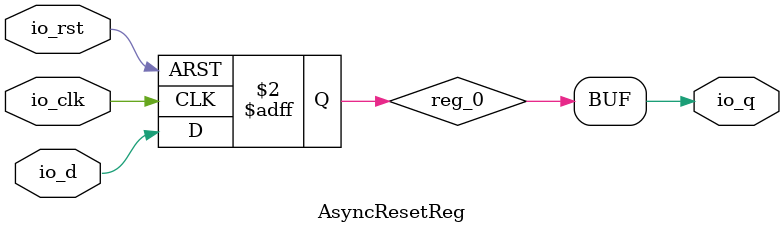
<source format=sv>
`ifndef RANDOMIZE
  `ifdef RANDOMIZE_REG_INIT
    `define RANDOMIZE
  `endif // RANDOMIZE_REG_INIT
`endif // not def RANDOMIZE
`ifndef RANDOMIZE
  `ifdef RANDOMIZE_MEM_INIT
    `define RANDOMIZE
  `endif // RANDOMIZE_MEM_INIT
`endif // not def RANDOMIZE

`ifndef RANDOM
  `define RANDOM $random
`endif // not def RANDOM

// Users can define 'PRINTF_COND' to add an extra gate to prints.
`ifndef PRINTF_COND_
  `ifdef PRINTF_COND
    `define PRINTF_COND_ (`PRINTF_COND)
  `else  // PRINTF_COND
    `define PRINTF_COND_ 1
  `endif // PRINTF_COND
`endif // not def PRINTF_COND_

// Users can define 'ASSERT_VERBOSE_COND' to add an extra gate to assert error printing.
`ifndef ASSERT_VERBOSE_COND_
  `ifdef ASSERT_VERBOSE_COND
    `define ASSERT_VERBOSE_COND_ (`ASSERT_VERBOSE_COND)
  `else  // ASSERT_VERBOSE_COND
    `define ASSERT_VERBOSE_COND_ 1
  `endif // ASSERT_VERBOSE_COND
`endif // not def ASSERT_VERBOSE_COND_

// Users can define 'STOP_COND' to add an extra gate to stop conditions.
`ifndef STOP_COND_
  `ifdef STOP_COND
    `define STOP_COND_ (`STOP_COND)
  `else  // STOP_COND
    `define STOP_COND_ 1
  `endif // STOP_COND
`endif // not def STOP_COND_

// Users can define INIT_RANDOM as general code that gets injected into the
// initializer block for modules with registers.
`ifndef INIT_RANDOM
  `define INIT_RANDOM
`endif // not def INIT_RANDOM

// If using random initialization, you can also define RANDOMIZE_DELAY to
// customize the delay used, otherwise 0.002 is used.
`ifndef RANDOMIZE_DELAY
  `define RANDOMIZE_DELAY 0.002
`endif // not def RANDOMIZE_DELAY

// Define INIT_RANDOM_PROLOG_ for use in our modules below.
`ifndef INIT_RANDOM_PROLOG_
  `ifdef RANDOMIZE
    `ifdef VERILATOR
      `define INIT_RANDOM_PROLOG_ `INIT_RANDOM
    `else  // VERILATOR
      `define INIT_RANDOM_PROLOG_ `INIT_RANDOM #`RANDOMIZE_DELAY begin end
    `endif // VERILATOR
  `else  // RANDOMIZE
    `define INIT_RANDOM_PROLOG_
  `endif // RANDOMIZE
`endif // not def INIT_RANDOM_PROLOG_

module AsyncResetReg(
  input  io_d,
         io_clk,
         io_rst,
  output io_q
);

  reg reg_0;	// @[AsyncResetReg.scala:45:67]
  always @(posedge io_clk or posedge io_rst) begin
    if (io_rst)
      reg_0 <= 1'h1;	// @[AsyncResetReg.scala:45:67]
    else
      reg_0 <= io_d;	// @[AsyncResetReg.scala:45:67]
  end // always @(posedge, posedge)
  `ifndef SYNTHESIS
    `ifdef FIRRTL_BEFORE_INITIAL
      `FIRRTL_BEFORE_INITIAL
    `endif // FIRRTL_BEFORE_INITIAL
    logic [31:0] _RANDOM_0;
    initial begin
      `ifdef INIT_RANDOM_PROLOG_
        `INIT_RANDOM_PROLOG_
      `endif // INIT_RANDOM_PROLOG_
      `ifdef RANDOMIZE_REG_INIT
        _RANDOM_0 = `RANDOM;
        reg_0 = _RANDOM_0[0];	// @[AsyncResetReg.scala:45:67]
      `endif // RANDOMIZE_REG_INIT
      `ifdef RANDOMIZE
        if (io_rst)
          reg_0 = 1'h1;	// @[AsyncResetReg.scala:45:67]
      `endif // RANDOMIZE
    end // initial
    `ifdef FIRRTL_AFTER_INITIAL
      `FIRRTL_AFTER_INITIAL
    `endif // FIRRTL_AFTER_INITIAL
  `endif // not def SYNTHESIS
  assign io_q = reg_0;	// @[AsyncResetReg.scala:45:67]
endmodule


</source>
